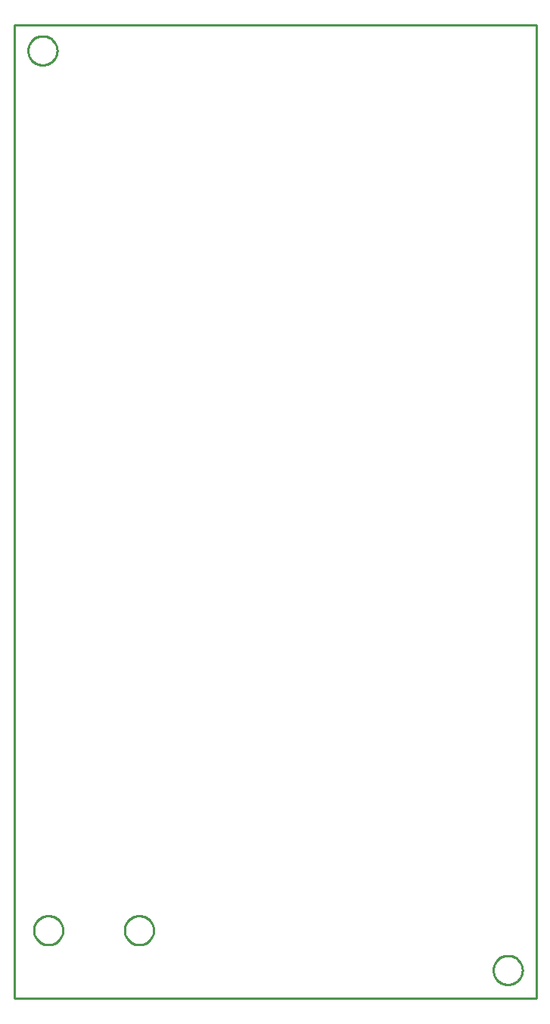
<source format=gbr>
G04 EAGLE Gerber RS-274X export*
G75*
%MOMM*%
%FSLAX34Y34*%
%LPD*%
%IN*%
%IPPOS*%
%AMOC8*
5,1,8,0,0,1.08239X$1,22.5*%
G01*
%ADD10C,0.254000*%


D10*
X0Y0D02*
X584000Y0D01*
X584000Y1088900D01*
X0Y1088900D01*
X0Y0D01*
X568706Y31218D02*
X568636Y30156D01*
X568497Y29101D01*
X568290Y28057D01*
X568014Y27029D01*
X567672Y26021D01*
X567265Y25037D01*
X566794Y24083D01*
X566262Y23161D01*
X565671Y22276D01*
X565023Y21432D01*
X564321Y20632D01*
X563568Y19879D01*
X562768Y19177D01*
X561924Y18529D01*
X561039Y17938D01*
X560117Y17406D01*
X559163Y16935D01*
X558179Y16528D01*
X557171Y16186D01*
X556143Y15910D01*
X555099Y15703D01*
X554044Y15564D01*
X552982Y15494D01*
X551918Y15494D01*
X550856Y15564D01*
X549801Y15703D01*
X548757Y15910D01*
X547729Y16186D01*
X546721Y16528D01*
X545737Y16935D01*
X544783Y17406D01*
X543861Y17938D01*
X542976Y18529D01*
X542132Y19177D01*
X541332Y19879D01*
X540579Y20632D01*
X539877Y21432D01*
X539229Y22276D01*
X538638Y23161D01*
X538106Y24083D01*
X537635Y25037D01*
X537228Y26021D01*
X536886Y27029D01*
X536610Y28057D01*
X536403Y29101D01*
X536264Y30156D01*
X536194Y31218D01*
X536194Y32282D01*
X536264Y33344D01*
X536403Y34399D01*
X536610Y35443D01*
X536886Y36471D01*
X537228Y37479D01*
X537635Y38463D01*
X538106Y39417D01*
X538638Y40339D01*
X539229Y41224D01*
X539877Y42068D01*
X540579Y42868D01*
X541332Y43621D01*
X542132Y44323D01*
X542976Y44971D01*
X543861Y45562D01*
X544783Y46094D01*
X545737Y46565D01*
X546721Y46972D01*
X547729Y47314D01*
X548757Y47590D01*
X549801Y47797D01*
X550856Y47936D01*
X551918Y48006D01*
X552982Y48006D01*
X554044Y47936D01*
X555099Y47797D01*
X556143Y47590D01*
X557171Y47314D01*
X558179Y46972D01*
X559163Y46565D01*
X560117Y46094D01*
X561039Y45562D01*
X561924Y44971D01*
X562768Y44323D01*
X563568Y43621D01*
X564321Y42868D01*
X565023Y42068D01*
X565671Y41224D01*
X566262Y40339D01*
X566794Y39417D01*
X567265Y38463D01*
X567672Y37479D01*
X568014Y36471D01*
X568290Y35443D01*
X568497Y34399D01*
X568636Y33344D01*
X568706Y32282D01*
X568706Y31218D01*
X48006Y1059918D02*
X47936Y1058856D01*
X47797Y1057801D01*
X47590Y1056757D01*
X47314Y1055729D01*
X46972Y1054721D01*
X46565Y1053737D01*
X46094Y1052783D01*
X45562Y1051861D01*
X44971Y1050976D01*
X44323Y1050132D01*
X43621Y1049332D01*
X42868Y1048579D01*
X42068Y1047877D01*
X41224Y1047229D01*
X40339Y1046638D01*
X39417Y1046106D01*
X38463Y1045635D01*
X37479Y1045228D01*
X36471Y1044886D01*
X35443Y1044610D01*
X34399Y1044403D01*
X33344Y1044264D01*
X32282Y1044194D01*
X31218Y1044194D01*
X30156Y1044264D01*
X29101Y1044403D01*
X28057Y1044610D01*
X27029Y1044886D01*
X26021Y1045228D01*
X25037Y1045635D01*
X24083Y1046106D01*
X23161Y1046638D01*
X22276Y1047229D01*
X21432Y1047877D01*
X20632Y1048579D01*
X19879Y1049332D01*
X19177Y1050132D01*
X18529Y1050976D01*
X17938Y1051861D01*
X17406Y1052783D01*
X16935Y1053737D01*
X16528Y1054721D01*
X16186Y1055729D01*
X15910Y1056757D01*
X15703Y1057801D01*
X15564Y1058856D01*
X15494Y1059918D01*
X15494Y1060982D01*
X15564Y1062044D01*
X15703Y1063099D01*
X15910Y1064143D01*
X16186Y1065171D01*
X16528Y1066179D01*
X16935Y1067163D01*
X17406Y1068117D01*
X17938Y1069039D01*
X18529Y1069924D01*
X19177Y1070768D01*
X19879Y1071568D01*
X20632Y1072321D01*
X21432Y1073023D01*
X22276Y1073671D01*
X23161Y1074262D01*
X24083Y1074794D01*
X25037Y1075265D01*
X26021Y1075672D01*
X27029Y1076014D01*
X28057Y1076290D01*
X29101Y1076497D01*
X30156Y1076636D01*
X31218Y1076706D01*
X32282Y1076706D01*
X33344Y1076636D01*
X34399Y1076497D01*
X35443Y1076290D01*
X36471Y1076014D01*
X37479Y1075672D01*
X38463Y1075265D01*
X39417Y1074794D01*
X40339Y1074262D01*
X41224Y1073671D01*
X42068Y1073023D01*
X42868Y1072321D01*
X43621Y1071568D01*
X44323Y1070768D01*
X44971Y1069924D01*
X45562Y1069039D01*
X46094Y1068117D01*
X46565Y1067163D01*
X46972Y1066179D01*
X47314Y1065171D01*
X47590Y1064143D01*
X47797Y1063099D01*
X47936Y1062044D01*
X48006Y1060982D01*
X48006Y1059918D01*
X54356Y75668D02*
X54286Y74606D01*
X54147Y73551D01*
X53940Y72507D01*
X53664Y71479D01*
X53322Y70471D01*
X52915Y69487D01*
X52444Y68533D01*
X51912Y67611D01*
X51321Y66726D01*
X50673Y65882D01*
X49971Y65082D01*
X49218Y64329D01*
X48418Y63627D01*
X47574Y62979D01*
X46689Y62388D01*
X45767Y61856D01*
X44813Y61385D01*
X43829Y60978D01*
X42821Y60636D01*
X41793Y60360D01*
X40749Y60153D01*
X39694Y60014D01*
X38632Y59944D01*
X37568Y59944D01*
X36506Y60014D01*
X35451Y60153D01*
X34407Y60360D01*
X33379Y60636D01*
X32371Y60978D01*
X31387Y61385D01*
X30433Y61856D01*
X29511Y62388D01*
X28626Y62979D01*
X27782Y63627D01*
X26982Y64329D01*
X26229Y65082D01*
X25527Y65882D01*
X24879Y66726D01*
X24288Y67611D01*
X23756Y68533D01*
X23285Y69487D01*
X22878Y70471D01*
X22536Y71479D01*
X22260Y72507D01*
X22053Y73551D01*
X21914Y74606D01*
X21844Y75668D01*
X21844Y76732D01*
X21914Y77794D01*
X22053Y78849D01*
X22260Y79893D01*
X22536Y80921D01*
X22878Y81929D01*
X23285Y82913D01*
X23756Y83867D01*
X24288Y84789D01*
X24879Y85674D01*
X25527Y86518D01*
X26229Y87318D01*
X26982Y88071D01*
X27782Y88773D01*
X28626Y89421D01*
X29511Y90012D01*
X30433Y90544D01*
X31387Y91015D01*
X32371Y91422D01*
X33379Y91764D01*
X34407Y92040D01*
X35451Y92247D01*
X36506Y92386D01*
X37568Y92456D01*
X38632Y92456D01*
X39694Y92386D01*
X40749Y92247D01*
X41793Y92040D01*
X42821Y91764D01*
X43829Y91422D01*
X44813Y91015D01*
X45767Y90544D01*
X46689Y90012D01*
X47574Y89421D01*
X48418Y88773D01*
X49218Y88071D01*
X49971Y87318D01*
X50673Y86518D01*
X51321Y85674D01*
X51912Y84789D01*
X52444Y83867D01*
X52915Y82913D01*
X53322Y81929D01*
X53664Y80921D01*
X53940Y79893D01*
X54147Y78849D01*
X54286Y77794D01*
X54356Y76732D01*
X54356Y75668D01*
X155956Y75668D02*
X155886Y74606D01*
X155747Y73551D01*
X155540Y72507D01*
X155264Y71479D01*
X154922Y70471D01*
X154515Y69487D01*
X154044Y68533D01*
X153512Y67611D01*
X152921Y66726D01*
X152273Y65882D01*
X151571Y65082D01*
X150818Y64329D01*
X150018Y63627D01*
X149174Y62979D01*
X148289Y62388D01*
X147367Y61856D01*
X146413Y61385D01*
X145429Y60978D01*
X144421Y60636D01*
X143393Y60360D01*
X142349Y60153D01*
X141294Y60014D01*
X140232Y59944D01*
X139168Y59944D01*
X138106Y60014D01*
X137051Y60153D01*
X136007Y60360D01*
X134979Y60636D01*
X133971Y60978D01*
X132987Y61385D01*
X132033Y61856D01*
X131111Y62388D01*
X130226Y62979D01*
X129382Y63627D01*
X128582Y64329D01*
X127829Y65082D01*
X127127Y65882D01*
X126479Y66726D01*
X125888Y67611D01*
X125356Y68533D01*
X124885Y69487D01*
X124478Y70471D01*
X124136Y71479D01*
X123860Y72507D01*
X123653Y73551D01*
X123514Y74606D01*
X123444Y75668D01*
X123444Y76732D01*
X123514Y77794D01*
X123653Y78849D01*
X123860Y79893D01*
X124136Y80921D01*
X124478Y81929D01*
X124885Y82913D01*
X125356Y83867D01*
X125888Y84789D01*
X126479Y85674D01*
X127127Y86518D01*
X127829Y87318D01*
X128582Y88071D01*
X129382Y88773D01*
X130226Y89421D01*
X131111Y90012D01*
X132033Y90544D01*
X132987Y91015D01*
X133971Y91422D01*
X134979Y91764D01*
X136007Y92040D01*
X137051Y92247D01*
X138106Y92386D01*
X139168Y92456D01*
X140232Y92456D01*
X141294Y92386D01*
X142349Y92247D01*
X143393Y92040D01*
X144421Y91764D01*
X145429Y91422D01*
X146413Y91015D01*
X147367Y90544D01*
X148289Y90012D01*
X149174Y89421D01*
X150018Y88773D01*
X150818Y88071D01*
X151571Y87318D01*
X152273Y86518D01*
X152921Y85674D01*
X153512Y84789D01*
X154044Y83867D01*
X154515Y82913D01*
X154922Y81929D01*
X155264Y80921D01*
X155540Y79893D01*
X155747Y78849D01*
X155886Y77794D01*
X155956Y76732D01*
X155956Y75668D01*
M02*

</source>
